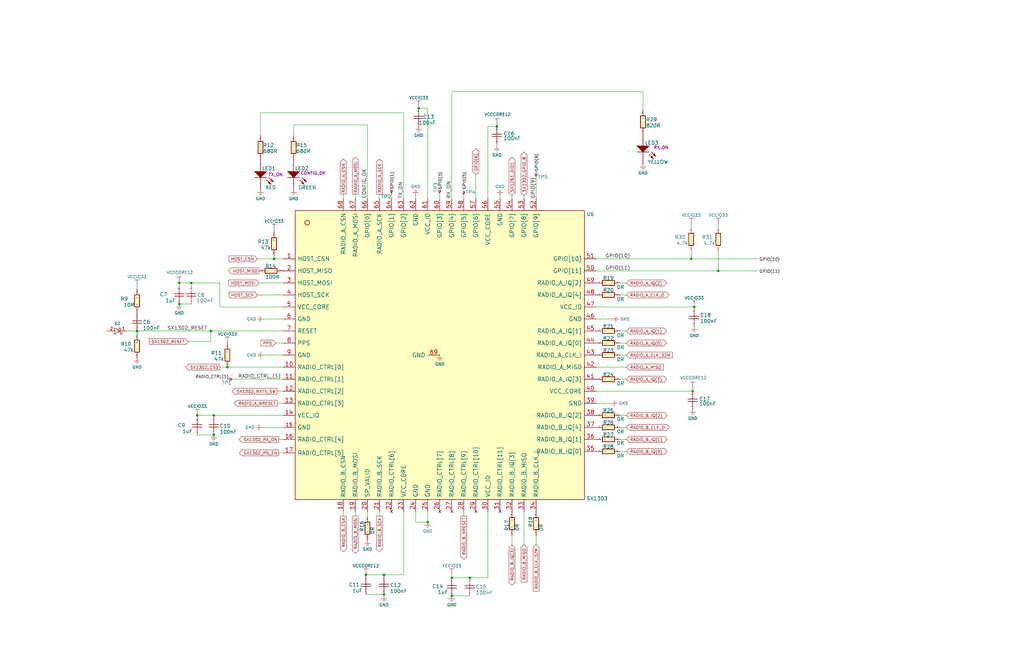
<source format=kicad_sch>
(kicad_sch (version 20230121) (generator eeschema)
  (paper "B")
  (junction (at 83.185 175.26))
  (junction (at 292.735 129.54))
  (junction (at 115.57 109.22))
  (junction (at 57.785 139.7))
  (junction (at 75.565 128.27))
  (junction (at 90.17 175.26))
  (junction (at 209.55 53.34))
  (junction (at 154.305 242.57))
  (junction (at 80.645 119.38))
  (junction (at 88.9 139.7))
  (junction (at 190.5 243.84))
  (junction (at 176.53 45.72))
  (junction (at 90.17 183.515))
  (junction (at 291.465 109.22))
  (junction (at 190.5 251.46))
  (junction (at 198.12 243.84))
  (junction (at 180.34 220.345))
  (junction (at 161.925 250.825))
  (junction (at 302.895 114.3))
  (junction (at 95.885 154.94))
  (junction (at 75.565 119.38))
  (junction (at 292.1 165.1))
  (junction (at 161.925 242.57))
  (no_connect (at 185.42 215.9))
  (no_connect (at 200.66 215.9))
  (no_connect (at 165.1 215.9))
  (no_connect (at 210.82 215.9))
  (no_connect (at 190.5 215.9))
  (wire (pts (xy 251.46 170.18) (xy 257.81 170.18)))
  (wire (pts (xy 205.74 215.9) (xy 205.74 243.84)))
  (wire (pts (xy 215.9 83.82) (xy 215.9 82.55)))
  (wire (pts (xy 271.145 38.735) (xy 271.145 46.355)))
  (wire (pts (xy 264.16 185.42) (xy 261.62 185.42)))
  (wire (pts (xy 117.475 185.42) (xy 119.38 185.42)))
  (wire (pts (xy 154.305 250.825) (xy 161.925 250.825)))
  (wire (pts (xy 57.785 139.7) (xy 88.9 139.7)))
  (wire (pts (xy 170.18 242.57) (xy 170.18 215.9)))
  (wire (pts (xy 115.57 109.22) (xy 108.585 109.22)))
  (wire (pts (xy 205.74 243.84) (xy 198.12 243.84)))
  (wire (pts (xy 209.55 60.96) (xy 209.55 61.595)))
  (wire (pts (xy 119.38 149.86) (xy 111.125 149.86)))
  (wire (pts (xy 264.16 149.86) (xy 261.62 149.86)))
  (wire (pts (xy 154.94 52.705) (xy 154.94 83.82)))
  (wire (pts (xy 154.305 242.57) (xy 161.925 242.57)))
  (wire (pts (xy 180.34 45.72) (xy 180.34 83.82)))
  (wire (pts (xy 161.925 242.57) (xy 161.925 243.205)))
  (wire (pts (xy 83.185 175.895) (xy 83.185 175.26)))
  (wire (pts (xy 88.9 139.7) (xy 119.38 139.7)))
  (wire (pts (xy 119.38 119.38) (xy 109.22 119.38)))
  (wire (pts (xy 57.785 140.97) (xy 57.785 139.7)))
  (wire (pts (xy 75.565 119.38) (xy 75.565 120.65)))
  (wire (pts (xy 226.06 226.06) (xy 226.06 229.87)))
  (wire (pts (xy 90.17 175.895) (xy 90.17 175.26)))
  (wire (pts (xy 115.57 107.95) (xy 115.57 109.22)))
  (wire (pts (xy 119.38 175.26) (xy 90.17 175.26)))
  (wire (pts (xy 251.46 134.62) (xy 258.445 134.62)))
  (wire (pts (xy 119.38 154.94) (xy 95.885 154.94)))
  (wire (pts (xy 264.16 139.7) (xy 261.62 139.7)))
  (wire (pts (xy 190.5 242.57) (xy 190.5 243.84)))
  (wire (pts (xy 251.46 165.1) (xy 292.1 165.1)))
  (wire (pts (xy 190.5 83.82) (xy 190.5 38.735)))
  (wire (pts (xy 149.86 81.915) (xy 149.86 83.82)))
  (wire (pts (xy 251.46 114.3) (xy 302.895 114.3)))
  (wire (pts (xy 220.98 82.55) (xy 220.98 83.82)))
  (wire (pts (xy 264.16 154.94) (xy 251.46 154.94)))
  (wire (pts (xy 302.895 94.615) (xy 302.895 95.885)))
  (wire (pts (xy 205.74 83.82) (xy 205.74 53.34)))
  (wire (pts (xy 92.71 119.38) (xy 92.71 129.54)))
  (wire (pts (xy 264.16 175.26) (xy 261.62 175.26)))
  (wire (pts (xy 119.38 191.135) (xy 117.475 191.135)))
  (wire (pts (xy 88.9 144.145) (xy 88.9 139.7)))
  (wire (pts (xy 210.82 82.55) (xy 210.82 83.82)))
  (wire (pts (xy 251.46 109.22) (xy 291.465 109.22)))
  (wire (pts (xy 53.34 139.7) (xy 57.785 139.7)))
  (wire (pts (xy 200.66 73.66) (xy 200.66 83.82)))
  (wire (pts (xy 190.5 38.735) (xy 271.145 38.735)))
  (wire (pts (xy 80.645 119.38) (xy 92.71 119.38)))
  (wire (pts (xy 79.375 144.145) (xy 88.9 144.145)))
  (wire (pts (xy 226.06 83.82) (xy 226.06 74.93)))
  (wire (pts (xy 175.26 220.345) (xy 180.34 220.345)))
  (wire (pts (xy 144.78 215.9) (xy 144.78 217.805)))
  (wire (pts (xy 291.465 106.045) (xy 291.465 109.22)))
  (wire (pts (xy 80.645 120.65) (xy 80.645 119.38)))
  (wire (pts (xy 264.16 124.46) (xy 261.62 124.46)))
  (wire (pts (xy 57.785 120.65) (xy 57.785 121.92)))
  (wire (pts (xy 160.02 215.9) (xy 160.02 217.805)))
  (wire (pts (xy 195.58 82.55) (xy 195.58 83.82)))
  (wire (pts (xy 175.26 82.55) (xy 175.26 83.82)))
  (wire (pts (xy 264.16 180.34) (xy 261.62 180.34)))
  (wire (pts (xy 119.38 170.18) (xy 116.84 170.18)))
  (wire (pts (xy 90.17 175.26) (xy 83.185 175.26)))
  (wire (pts (xy 154.94 215.9) (xy 154.94 217.805)))
  (wire (pts (xy 161.925 242.57) (xy 170.18 242.57)))
  (wire (pts (xy 110.49 180.34) (xy 119.38 180.34)))
  (wire (pts (xy 198.12 243.84) (xy 190.5 243.84)))
  (wire (pts (xy 185.42 81.915) (xy 185.42 83.82)))
  (wire (pts (xy 80.645 119.38) (xy 75.565 119.38)))
  (wire (pts (xy 144.78 81.915) (xy 144.78 83.82)))
  (wire (pts (xy 119.38 109.22) (xy 115.57 109.22)))
  (wire (pts (xy 205.74 53.34) (xy 209.55 53.34)))
  (wire (pts (xy 160.02 81.915) (xy 160.02 83.82)))
  (wire (pts (xy 264.16 190.5) (xy 261.62 190.5)))
  (wire (pts (xy 83.185 183.515) (xy 90.17 183.515)))
  (wire (pts (xy 111.125 134.62) (xy 119.38 134.62)))
  (wire (pts (xy 116.84 165.1) (xy 119.38 165.1)))
  (wire (pts (xy 116.205 144.78) (xy 119.38 144.78)))
  (wire (pts (xy 176.53 45.72) (xy 180.34 45.72)))
  (wire (pts (xy 292.735 129.54) (xy 292.735 130.175)))
  (wire (pts (xy 115.57 97.155) (xy 115.57 97.79)))
  (wire (pts (xy 119.38 160.02) (xy 98.425 160.02)))
  (wire (pts (xy 180.34 220.345) (xy 180.34 215.9)))
  (wire (pts (xy 198.12 251.46) (xy 190.5 251.46)))
  (wire (pts (xy 264.16 119.38) (xy 261.62 119.38)))
  (wire (pts (xy 80.645 128.27) (xy 75.565 128.27)))
  (wire (pts (xy 220.98 229.87) (xy 220.98 215.9)))
  (wire (pts (xy 291.465 109.22) (xy 319.405 109.22)))
  (wire (pts (xy 123.825 52.705) (xy 154.94 52.705)))
  (wire (pts (xy 109.855 47.625) (xy 170.18 47.625)))
  (wire (pts (xy 95.885 154.94) (xy 92.71 154.94)))
  (wire (pts (xy 109.855 57.15) (xy 109.855 47.625)))
  (wire (pts (xy 170.18 47.625) (xy 170.18 83.82)))
  (wire (pts (xy 161.925 250.825) (xy 161.925 251.46)))
  (wire (pts (xy 165.1 81.915) (xy 165.1 83.82)))
  (wire (pts (xy 251.46 129.54) (xy 292.735 129.54)))
  (wire (pts (xy 195.58 215.9) (xy 195.58 217.805)))
  (wire (pts (xy 215.9 226.06) (xy 215.9 229.87)))
  (wire (pts (xy 302.895 114.3) (xy 319.405 114.3)))
  (wire (pts (xy 123.825 52.705) (xy 123.825 57.15)))
  (wire (pts (xy 45.72 139.7) (xy 44.45 139.7)))
  (wire (pts (xy 175.26 215.9) (xy 175.26 220.345)))
  (wire (pts (xy 264.16 144.78) (xy 261.62 144.78)))
  (wire (pts (xy 292.1 163.83) (xy 292.1 165.1)))
  (wire (pts (xy 291.465 95.885) (xy 291.465 94.615)))
  (wire (pts (xy 209.55 52.705) (xy 209.55 53.34)))
  (wire (pts (xy 264.16 160.02) (xy 261.62 160.02)))
  (wire (pts (xy 92.71 129.54) (xy 119.38 129.54)))
  (wire (pts (xy 119.38 124.46) (xy 108.585 124.46)))
  (wire (pts (xy 149.86 215.9) (xy 149.86 217.805)))
  (wire (pts (xy 176.53 45.085) (xy 176.53 45.72)))
  (wire (pts (xy 154.305 242.57) (xy 154.305 243.205)))
  (wire (pts (xy 302.895 106.045) (xy 302.895 114.3)))
  (label "GPIO(10)" (at 255.27 109.22 0) (effects (font (size 1.524 1.524))))
  (label "GPIO(1)" (at 166.37 72.39 270))
  (label "SX1302_RESET" (at 70.485 139.7 0) (effects (font (size 1.524 1.524))))
  (label "GPIO(11)" (at 255.27 114.3 0) (effects (font (size 1.524 1.524))))
  (label "GPIO(11)" (at 328.93 115.57 180))
  (label "GPIO(10)" (at 328.93 110.49 180))
  (label "GPIO(9)" (at 226.06 83.82 90) (effects (font (size 1.524 1.524))))
  (label "TX_ON" (at 170.18 83.82 90) (effects (font (size 1.524 1.524))))
  (label "GPIO(9)" (at 227.33 64.77 270))
  (label "RX_ON" (at 190.5 83.82 90) (effects (font (size 1.524 1.524))))
  (label "CONFIG_OK" (at 154.94 83.82 90) (effects (font (size 1.524 1.524))))
  (label "GPIO(3)" (at 186.69 72.39 270))
  (label "RADIO_CTRL_(1)" (at 100.33 160.02 0) (effects (font (size 1.524 1.524))))
  (label "GPIO(5)" (at 196.85 72.39 270))
  (label "RADIO_CTRL(1)" (at 96.52 160.02 180))
  (global_label "RADIO_A_MOSI" (shape output) (at 149.86 81.915 90) (property "Intersheetrefs" "${INTERSHEET_REFS}" (effects hide)))
  (global_label "SX1302_PA_ON" (shape output) (at 117.475 185.42 180) (property "Intersheetrefs" "${INTERSHEET_REFS}" (effects hide)))
  (global_label "RADIO_B_IQ(3)" (shape bidirectional) (at 215.9 229.87 270) (property "Intersheetrefs" "${INTERSHEET_REFS}" (effects hide)))
  (global_label "SX1302_PS_EN" (shape output) (at 117.475 191.135 180) (property "Intersheetrefs" "${INTERSHEET_REFS}" (effects hide)))
  (global_label "RADIO_A_CSN" (shape output) (at 144.78 81.915 90) (property "Intersheetrefs" "${INTERSHEET_REFS}" (effects hide)))
  (global_label "RADIO_B_CLK_O" (shape bidirectional) (at 264.16 180.34 0) (property "Intersheetrefs" "${INTERSHEET_REFS}" (effects hide)))
  (global_label "SX1302_GPIO_8" (shape bidirectional) (at 220.98 82.55 90) (property "Intersheetrefs" "${INTERSHEET_REFS}" (effects hide)))
  (global_label "PPS" (shape input) (at 116.205 144.78 180) (property "Intersheetrefs" "${INTERSHEET_REFS}" (effects hide)))
  (global_label "SX1302_RXTX_SW" (shape output) (at 116.84 165.1 180) (property "Intersheetrefs" "${INTERSHEET_REFS}" (effects hide)))
  (global_label "RADIO_B_CLK_32M" (shape input) (at 226.06 229.87 270) (property "Intersheetrefs" "${INTERSHEET_REFS}" (effects hide)))
  (global_label "RADIO_B_MISO" (shape input) (at 220.98 229.87 270) (property "Intersheetrefs" "${INTERSHEET_REFS}" (effects hide)))
  (global_label "SX1261_DIO1" (shape bidirectional) (at 215.9 82.55 90) (property "Intersheetrefs" "${INTERSHEET_REFS}" (effects hide)))
  (global_label "RADIO_B_SCK" (shape output) (at 160.02 217.805 270) (property "Intersheetrefs" "${INTERSHEET_REFS}" (effects hide)))
  (global_label "RADIO_A_MISO" (shape input) (at 264.16 154.94 0) (property "Intersheetrefs" "${INTERSHEET_REFS}" (effects hide)))
  (global_label "RADIO_A_IQ(3)" (shape bidirectional) (at 264.16 160.02 0) (property "Intersheetrefs" "${INTERSHEET_REFS}" (effects hide)))
  (global_label "RADIO_A_IQ(0)" (shape bidirectional) (at 264.16 144.78 0) (property "Intersheetrefs" "${INTERSHEET_REFS}" (effects hide)))
  (global_label "SX1302_CSD" (shape output) (at 92.71 154.94 180) (property "Intersheetrefs" "${INTERSHEET_REFS}" (effects hide)))
  (global_label "RADIO_B_IQ(0)" (shape bidirectional) (at 264.16 190.5 0) (property "Intersheetrefs" "${INTERSHEET_REFS}" (effects hide)))
  (global_label "HOST_MISO" (shape output) (at 109.22 114.3 180) (property "Intersheetrefs" "${INTERSHEET_REFS}" (effects hide)))
  (global_label "RADIO_A_NRESET" (shape output) (at 116.84 170.18 180) (property "Intersheetrefs" "${INTERSHEET_REFS}" (effects hide)))
  (global_label "HOST_SCK" (shape input) (at 108.585 124.46 180) (property "Intersheetrefs" "${INTERSHEET_REFS}" (effects hide)))
  (global_label "RADIO_A_CLK_O" (shape bidirectional) (at 264.16 124.46 0) (property "Intersheetrefs" "${INTERSHEET_REFS}" (effects hide)))
  (global_label "GPIO(6)" (shape bidirectional) (at 200.66 73.66 90) (property "Intersheetrefs" "${INTERSHEET_REFS}" (effects hide)))
  (global_label "RADIO_A_IQ(2)" (shape bidirectional) (at 264.16 119.38 0) (property "Intersheetrefs" "${INTERSHEET_REFS}" (effects hide)))
  (global_label "RADIO_B_NRESET" (shape output) (at 195.58 217.805 270) (property "Intersheetrefs" "${INTERSHEET_REFS}" (effects hide)))
  (global_label "RADIO_B_CSN" (shape output) (at 144.78 217.805 270) (property "Intersheetrefs" "${INTERSHEET_REFS}" (effects hide)))
  (global_label "RADIO_A_CLK_32M" (shape input) (at 264.16 149.86 0) (property "Intersheetrefs" "${INTERSHEET_REFS}" (effects hide)))
  (global_label "RADIO_A_IQ(1)" (shape bidirectional) (at 264.16 139.7 0) (property "Intersheetrefs" "${INTERSHEET_REFS}" (effects hide)))
  (global_label "HOST_MOSI" (shape input) (at 109.22 119.38 180) (property "Intersheetrefs" "${INTERSHEET_REFS}" (effects hide)))
  (global_label "SX1302_RESET" (shape input) (at 79.375 144.145 180) (property "Intersheetrefs" "${INTERSHEET_REFS}" (effects hide)))
  (global_label "RADIO_B_IQ(2)" (shape bidirectional) (at 264.16 175.26 0) (property "Intersheetrefs" "${INTERSHEET_REFS}" (effects hide)))
  (global_label "RADIO_B_MOSI" (shape output) (at 149.86 217.805 270) (property "Intersheetrefs" "${INTERSHEET_REFS}" (effects hide)))
  (global_label "RADIO_A_SCK" (shape output) (at 160.02 81.915 90) (property "Intersheetrefs" "${INTERSHEET_REFS}" (effects hide)))
  (global_label "RADIO_B_IQ(1)" (shape bidirectional) (at 264.16 185.42 0) (property "Intersheetrefs" "${INTERSHEET_REFS}" (effects hide)))
  (global_label "HOST_CSN" (shape input) (at 108.585 109.22 180) (property "Intersheetrefs" "${INTERSHEET_REFS}" (effects hide)))
  (symbol (lib_id "LoRa_PCIe_GW-rescue:Resistor-") (at 215.9 226.06 90) (unit 1)
    (property "Reference" "R17" (at 214.63 224.028 0) (effects (font (size 1.524 1.524)) (justify left bottom)))
    (property "Value" "0R" (at 217.17 220.853 0) (effects (font (size 1.524 1.524)) (justify right top)))
    (property "Footprint" "LoRa_PCIe_GW:rlc_201_smd_small" (effects hide))
    (property "Description" "0 Ohms Jumper 0.05W, 1/20W Chip Resistor 0201 (0603 Metric)  Thick Film" (effects hide))
    (property "Manufacturer" "Vishay Dale" (effects hide))
    (property "Part Number" "CRCW02010000Z0ED" (effects hide))
    (property "Price[1k]" "0.006" (effects hide))
    (property "Supplier Link" "https://www.digikey.com/en/products/detail/vishay-dale/CRCW02010000Z0ED/1178434?s=N4IgTCBcDaIMICU4HUAMZUEZU9QLVQFEAREAXQF8g" (effects hide))
    (instances (project "CM4-BASE-BOARD" (path "" (reference "R17") (unit 1))) (project "LoRa_PCIe_GW" (path "" (reference "R123") (unit 1))))
  )
  (symbol (lib_id "LoRa_PCIe_GW-rescue:GND") (at 90.17 183.515 0) (unit 1)
    (property "Reference" "#PWR025" (effects hide))
    (property "Value" "GND" (at 90.17 187.325 0))
    (instances (project "CM4-BASE-BOARD" (path "" (reference "#PWR025") (unit 1))) (project "LoRa_PCIe_GW" (path "" (reference "#PWR0108") (unit 1))))
  )
  (symbol (lib_id "LoRa_PCIe_GW-rescue:LED-") (at 271.145 56.515 270) (unit 1)
    (property "Reference" "LED3" (at 271.8816 61.1124 90) (effects (font (size 1.524 1.524)) (justify left bottom)))
    (property "Value" "YELLOW" (at 273.05 69.215 90) (effects (font (size 1.524 1.524)) (justify left bottom)))
    (property "Footprint" "LoRa_PCIe_GW:CD1005-0402-YELLOW" (effects hide))
    (property "Description" "Yellow 590nm LED Indication - Discrete 1.85V 0402 (1005 Metric)" (effects hide))
    (property "Manufacturer" "Kingbright" (effects hide))
    (property "Part Number" "APHHS1005LSYCK/J3-PF" (effects hide))
    (property "Price[1k]" "0.16" (effects hide))
    (property "Supplier Link" "https://www.digikey.com/en/products/detail/kingbright/APHHS1005LSYCK-J3-PF/7318978" (effects hide))
    (property "Label" "RX_ON" (at 278.765 62.23 90))
  )
  (symbol (lib_id "LoRa_PCIe_GW-rescue:Cap-") (at 292.1 172.72 90) (unit 1)
    (property "Reference" "C17" (at 294.7924 169.2402 90) (effects (font (size 1.524 1.524)) (justify right top)))
    (property "Value" "100nF" (at 294.7924 171.2214 90) (effects (font (size 1.524 1.524)) (justify right top)))
    (property "Footprint" "LoRa_PCIe_GW:ccer_201_smd_small" (effects hide))
    (property "Description" "0.1µF ±10% 16V Ceramic Capacitor X7S 0201 (0603 Metric)" (effects hide))
    (property "Manufacturer" "Murata" (effects hide))
    (property "Part Number" "GRM033C71C104KE14D" (effects hide))
    (property "Price[1k]" "0.01" (effects hide))
    (property "Supplier Link" "https://www.digikey.com/en/products/detail/murata-electronics/GRM033C71C104KE14D/5027472" (effects hide))
    (instances (project "CM4-BASE-BOARD" (path "" (reference "C17") (unit 1))) (project "LoRa_PCIe_GW" (path "" (reference "C106") (unit 1))))
  )
  (symbol (lib_id "LoRa_PCIe_GW-rescue:Cap-") (at 75.565 128.27 90) (unit 1)
    (property "Reference" "C7" (at 67.31 125.095 90) (effects (font (size 1.524 1.524)) (justify right top)))
    (property "Value" "1uF" (at 69.6976 127.6858 90) (effects (font (size 1.524 1.524)) (justify right top)))
    (property "Footprint" "LoRa_PCIe_GW:ccer_402_smd_small" (effects hide))
    (property "Description" "1µF ±20% 10V Ceramic Capacitor X5R 0402 (1005 Metric)" (effects hide))
    (property "Manufacturer" "Murata" (effects hide))
    (property "Part Number" "GRM153R61A105ME95D" (effects hide))
    (property "Price[1k]" "0.038" (effects hide))
    (property "Supplier Link" "https://www.digikey.com/en/products/detail/murata-electronics/GRM153R61A105ME95D/4904820" (effects hide))
    (instances (project "CM4-BASE-BOARD" (path "" (reference "C7") (unit 1))) (project "LoRa_PCIe_GW" (path "" (reference "C101") (unit 1))))
  )
  (symbol (lib_id "LoRa_PCIe_GW-rescue:GND") (at 154.94 227.965 0) (unit 1)
    (property "Reference" "#PWR034" (effects hide))
    (property "Value" "GND" (at 154.94 231.775 0))
    (instances (project "CM4-BASE-BOARD" (path "" (reference "#PWR034") (unit 1))) (project "LoRa_PCIe_GW" (path "" (reference "#PWR0132") (unit 1))))
  )
  (symbol (lib_id "LoRa_PCIe_GW-rescue:Resistor-") (at 154.94 227.965 90) (unit 1)
    (property "Reference" "R16" (at 151.765 219.71 0) (effects (font (size 1.524 1.524)) (justify right top)))
    (property "Value" "0R" (at 156.21 222.25 0) (effects (font (size 1.524 1.524)) (justify right top)))
    (property "Footprint" "LoRa_PCIe_GW:rlc_201_smd_small" (effects hide))
    (property "Description" "0 Ohms Jumper 0.05W, 1/20W Chip Resistor 0201 (0603 Metric)  Thick Film" (effects hide))
    (property "Manufacturer" "Vishay Dale" (effects hide))
    (property "Part Number" "CRCW02010000Z0ED" (effects hide))
    (property "Price[1k]" "0.006" (effects hide))
    (property "Supplier Link" "https://www.digikey.com/en/products/detail/vishay-dale/CRCW02010000Z0ED/1178434?s=N4IgTCBcDaIMICU4HUAMZUEZU9QLVQFEAREAXQF8g" (effects hide))
    (instances (project "CM4-BASE-BOARD" (path "" (reference "R16") (unit 1))) (project "LoRa_PCIe_GW" (path "" (reference "R109") (unit 1))))
  )
  (symbol (lib_id "LoRa_PCIe_GW-rescue:Resistor-") (at 251.46 119.38 0) (unit 1)
    (property "Reference" "R19" (at 254.2032 118.2624 0) (effects (font (size 1.524 1.524)) (justify left bottom)))
    (property "Value" "0R" (at 260.0198 122.0978 0) (effects (font (size 1.524 1.524)) (justify left bottom)))
    (property "Footprint" "LoRa_PCIe_GW:rlc_201_smd_small" (effects hide))
    (property "Description" "0 Ohms Jumper 0.05W, 1/20W Chip Resistor 0201 (0603 Metric)  Thick Film" (effects hide))
    (property "Manufacturer" "Vishay Dale" (effects hide))
    (property "Part Number" "CRCW02010000Z0ED" (effects hide))
    (property "Price[1k]" "0.006" (effects hide))
    (property "Supplier Link" "https://www.digikey.com/en/products/detail/vishay-dale/CRCW02010000Z0ED/1178434?s=N4IgTCBcDaIMICU4HUAMZUEZU9QLVQFEAREAXQF8g" (effects hide))
    (instances (project "CM4-BASE-BOARD" (path "" (reference "R19") (unit 1))) (project "LoRa_PCIe_GW" (path "" (reference "R112") (unit 1))))
  )
  (symbol (lib_id "LoRa_PCIe_GW-rescue:Cap-") (at 80.645 128.27 90) (unit 1)
    (property "Reference" "C8" (at 83.1088 125.3744 90) (effects (font (size 1.524 1.524)) (justify right top)))
    (property "Value" "100nF" (at 82.8294 127.6858 90) (effects (font (size 1.524 1.524)) (justify right top)))
    (property "Footprint" "LoRa_PCIe_GW:ccer_201_smd_small" (effects hide))
    (property "Description" "0.1µF ±10% 16V Ceramic Capacitor X7S 0201 (0603 Metric)" (effects hide))
    (property "Manufacturer" "Murata" (effects hide))
    (property "Part Number" "GRM033C71C104KE14D" (effects hide))
    (property "Price[1k]" "0.01" (effects hide))
    (property "Supplier Link" "https://www.digikey.com/en/products/detail/murata-electronics/GRM033C71C104KE14D/5027472" (effects hide))
    (instances (project "CM4-BASE-BOARD" (path "" (reference "C8") (unit 1))) (project "LoRa_PCIe_GW" (path "" (reference "C102") (unit 1))))
  )
  (symbol (lib_id "LoRa_PCIe_GW-rescue:Resistor-") (at 251.46 149.86 0) (unit 1)
    (property "Reference" "R23" (at 254.2032 148.7424 0) (effects (font (size 1.524 1.524)) (justify left bottom)))
    (property "Value" "0R" (at 260.0198 152.5778 0) (effects (font (size 1.524 1.524)) (justify left bottom)))
    (property "Footprint" "LoRa_PCIe_GW:rlc_201_smd_small" (effects hide))
    (property "Description" "0 Ohms Jumper 0.05W, 1/20W Chip Resistor 0201 (0603 Metric)  Thick Film" (effects hide))
    (property "Manufacturer" "Vishay Dale" (effects hide))
    (property "Part Number" "CRCW02010000Z0ED" (effects hide))
    (property "Price[1k]" "0.006" (effects hide))
    (property "Supplier Link" "https://www.digikey.com/en/products/detail/vishay-dale/CRCW02010000Z0ED/1178434?s=N4IgTCBcDaIMICU4HUAMZUEZU9QLVQFEAREAXQF8g" (effects hide))
    (instances (project "CM4-BASE-BOARD" (path "" (reference "R23") (unit 1))) (project "LoRa_PCIe_GW" (path "" (reference "R115") (unit 1))))
  )
  (symbol (lib_id "LoRa_PCIe_GW-rescue:Cap-") (at 176.53 53.34 90) (unit 1)
    (property "Reference" "C13" (at 178.435 50.165 90) (effects (font (size 1.524 1.524)) (justify right top)))
    (property "Value" "100nF" (at 176.53 52.705 90) (effects (font (size 1.524 1.524)) (justify right top)))
    (property "Footprint" "LoRa_PCIe_GW:ccer_201_smd_small" (effects hide))
    (property "Description" "0.1µF ±10% 16V Ceramic Capacitor X7S 0201 (0603 Metric)" (effects hide))
    (property "Manufacturer" "Murata" (effects hide))
    (property "Part Number" "GRM033C71C104KE14D" (effects hide))
    (property "Price[1k]" "0.01" (effects hide))
    (property "Supplier Link" "https://www.digikey.com/en/products/detail/murata-electronics/GRM033C71C104KE14D/5027472" (effects hide))
    (instances (project "CM4-BASE-BOARD" (path "" (reference "C13") (unit 1))) (project "LoRa_PCIe_GW" (path "" (reference "C109") (unit 1))))
  )
  (symbol (lib_id "LoRa_PCIe_GW-rescue:LED-") (at 123.825 67.31 270) (unit 1)
    (property "Reference" "LED2" (at 124.333 71.9074 90) (effects (font (size 1.524 1.524)) (justify left bottom)))
    (property "Value" "GREEN" (at 125.73 80.01 90) (effects (font (size 1.524 1.524)) (justify left bottom)))
    (property "Footprint" "LoRa_PCIe_GW:CD1005-0402" (effects hide))
    (property "Description" "Green 570nm LED Indication - Discrete 1.9V 0402 (1005 Metric)" (effects hide))
    (property "Manufacturer" "Kingbright" (effects hide))
    (property "Part Number" "APHHS1005LCGCK" (effects hide))
    (property "Price[1k]" "0.11" (effects hide))
    (property "Supplier Link" "https://www.digikey.com/en/products/detail/kingbright/APHHS1005LCGCK/7318974" (effects hide))
    (property "Label" "CONFIG_OK" (at 132.08 73.025 90))
  )
  (symbol (lib_id "LoRa_PCIe_GW-rescue:VCCCORE12") (at 154.305 242.57 0) (unit 1)
    (property "Reference" "#PWR033" (effects hide))
    (property "Value" "VCCCORE12" (at 154.305 238.76 0))
    (instances (project "CM4-BASE-BOARD" (path "" (reference "#PWR033") (unit 1))) (project "LoRa_PCIe_GW" (path "" (reference "#PWR0134") (unit 1))))
  )
  (symbol (lib_id "LoRa_PCIe_GW-rescue:Resistor-") (at 95.885 154.94 90) (unit 1)
    (property "Reference" "R11" (at 88.9 149.86 90) (effects (font (size 1.524 1.524)) (justify right top)))
    (property "Value" "47k" (at 90.17 152.4 90) (effects (font (size 1.524 1.524)) (justify right top)))
    (property "Footprint" "LoRa_PCIe_GW:rlc_201_smd_small" (effects hide))
    (property "Description" "47 kOhms ±5% 0.05W, 1/20W Chip Resistor 0201  Thick Film" (effects hide))
    (property "Manufacturer" "Vishay Dale" (effects hide))
    (property "Part Number" "CRCW020147K0" (effects hide))
    (property "Price[1k]" "0.039" (effects hide))
    (property "Supplier Link" "https://www.digikey.com/en/products/detail/vishay-dale/CRCW020147K0FKED/1968131" (effects hide))
    (instances (project "CM4-BASE-BOARD" (path "" (reference "R11") (unit 1))) (project "LoRa_PCIe_GW" (path "" (reference "R107") (unit 1))))
  )
  (symbol (lib_id "LoRa_PCIe_GW-rescue:VCCIO33") (at 302.895 94.615 0) (unit 1)
    (property "Reference" "#PWR054" (effects hide))
    (property "Value" "VCCIO33" (at 302.895 90.805 0))
    (instances (project "CM4-BASE-BOARD" (path "" (reference "#PWR054") (unit 1))) (project "LoRa_PCIe_GW" (path "" (reference "#PWR0122") (unit 1))))
  )
  (symbol (lib_id "LoRa_PCIe_GW-rescue:test_pin-") (at 97.155 160.02 0) (unit 1)
    (property "Reference" "TP1" (at 97.79 160.655 0) (effects (font (size 1.524 1.524)) (justify right top)))
    (property "Value" "NC" (effects hide))
    (property "Footprint" "LoRa_PCIe_GW:PIN_SMD" (effects hide))
    (property "Label" "RADIO_CTRL(1)" (effects hide))
    (instances (project "CM4-BASE-BOARD" (path "" (reference "TP1") (unit 1))) (project "LoRa_PCIe_GW" (path "" (reference "TP7") (unit 1))))
  )
  (symbol (lib_id "LoRa_PCIe_GW-rescue:test_pin-") (at 226.06 73.66 270) (unit 1)
    (property "Reference" "TP5" (at 226.695 75.565 90) (effects (font (size 1.524 1.524)) (justify left bottom)))
    (property "Value" "NC" (effects hide))
    (property "Footprint" "LoRa_PCIe_GW:PIN_SMD" (effects hide))
    (property "Label" "GPIO(9)" (effects hide))
    (instances (project "CM4-BASE-BOARD" (path "" (reference "TP5") (unit 1))) (project "LoRa_PCIe_GW" (path "" (reference "TP9") (unit 1))))
  )
  (symbol (lib_id "LoRa_PCIe_GW-rescue:GND") (at 110.49 180.34 270) (unit 1)
    (property "Reference" "#PWR028" (effects hide))
    (property "Value" "GND" (at 105.41 180.34 90))
    (instances (project "CM4-BASE-BOARD" (path "" (reference "#PWR028") (unit 1))) (project "LoRa_PCIe_GW" (path "" (reference "#PWR0109") (unit 1))))
  )
  (symbol (lib_id "LoRa_PCIe_GW-rescue:Resistor-") (at 251.46 175.26 0) (unit 1)
    (property "Reference" "R25" (at 254.2032 174.1424 0) (effects (font (size 1.524 1.524)) (justify left bottom)))
    (property "Value" "0R" (at 260.0198 177.7238 0) (effects (font (size 1.524 1.524)) (justify left bottom)))
    (property "Footprint" "LoRa_PCIe_GW:rlc_201_smd_small" (effects hide))
    (property "Description" "0 Ohms Jumper 0.05W, 1/20W Chip Resistor 0201 (0603 Metric)  Thick Film" (effects hide))
    (property "Manufacturer" "Vishay Dale" (effects hide))
    (property "Part Number" "CRCW02010000Z0ED" (effects hide))
    (property "Price[1k]" "0.006" (effects hide))
    (property "Supplier Link" "https://www.digikey.com/en/products/detail/vishay-dale/CRCW02010000Z0ED/1178434?s=N4IgTCBcDaIMICU4HUAMZUEZU9QLVQFEAREAXQF8g" (effects hide))
    (instances (project "CM4-BASE-BOARD" (path "" (reference "R25") (unit 1))) (project "LoRa_PCIe_GW" (path "" (reference "R122") (unit 1))))
  )
  (symbol (lib_id "LoRa_PCIe_GW-rescue:LED-") (at 109.855 67.31 270) (unit 1)
    (property "Reference" "LED1" (at 110.3884 71.9074 90) (effects (font (size 1.524 1.524)) (justify left bottom)))
    (property "Value" "RED" (at 111.76 80.01 90) (effects (font (size 1.524 1.524)) (justify left bottom)))
    (property "Footprint" "LoRa_PCIe_GW:CD1005-0402-RED" (effects hide))
    (property "Description" "Red 630nm LED Indication - Discrete 1.95V 0402 (1005 Metric)" (effects hide))
    (property "Manufacturer" "Kingbright" (effects hide))
    (property "Part Number" "APHHS1005SURCK" (effects hide))
    (property "Price[1k]" "0.12" (effects hide))
    (property "Supplier Link" "https://www.digikey.com/en/products/detail/kingbright/APHHS1005SURCK/1747502" (effects hide))
    (property "Label" "TX_ON" (at 116.205 73.66 90))
  )
  (symbol (lib_id "LoRa_PCIe_GW-rescue:Resistor-") (at 251.46 190.5 0) (unit 1)
    (property "Reference" "R28" (at 254.2032 189.3824 0) (effects (font (size 1.524 1.524)) (justify left bottom)))
    (property "Value" "0R" (at 260.0198 193.2178 0) (effects (font (size 1.524 1.524)) (justify left bottom)))
    (property "Footprint" "LoRa_PCIe_GW:rlc_201_smd_small" (effects hide))
    (property "Description" "0 Ohms Jumper 0.05W, 1/20W Chip Resistor 0201 (0603 Metric)  Thick Film" (effects hide))
    (property "Manufacturer" "Vishay Dale" (effects hide))
    (property "Part Number" "CRCW02010000Z0ED" (effects hide))
    (property "Price[1k]" "0.006" (effects hide))
    (property "Supplier Link" "https://www.digikey.com/en/products/detail/vishay-dale/CRCW02010000Z0ED/1178434?s=N4IgTCBcDaIMICU4HUAMZUEZU9QLVQFEAREAXQF8g" (effects hide))
    (instances (project "CM4-BASE-BOARD" (path "" (reference "R28") (unit 1))) (project "LoRa_PCIe_GW" (path "" (reference "R120") (unit 1))))
  )
  (symbol (lib_id "LoRa_PCIe_GW-rescue:Cap-") (at 90.17 183.515 90) (unit 1)
    (property "Reference" "C10" (at 92.583 180.6194 90) (effects (font (size 1.524 1.524)) (justify right top)))
    (property "Value" "100nF" (at 92.583 183.1594 90) (effects (font (size 1.524 1.524)) (justify right top)))
    (property "Footprint" "LoRa_PCIe_GW:ccer_201_smd_small" (effects hide))
    (property "Description" "0.1µF ±10% 16V Ceramic Capacitor X7S 0201 (0603 Metric)" (effects hide))
    (property "Manufacturer" "Murata" (effects hide))
    (property "Part Number" "GRM033C71C104KE14D" (effects hide))
    (property "Price[1k]" "0.01" (effects hide))
    (property "Supplier Link" "https://www.digikey.com/en/products/detail/murata-electronics/GRM033C71C104KE14D/5027472" (effects hide))
    (instances (project "CM4-BASE-BOARD" (path "" (reference "C10") (unit 1))) (project "LoRa_PCIe_GW" (path "" (reference "C110") (unit 1))))
  )
  (symbol (lib_id "LoRa_PCIe_GW-rescue:test_pin-") (at 165.1 80.645 270) (unit 1)
    (property "Reference" "TP2" (at 160.655 83.82 90) (effects (font (size 1.524 1.524)) (justify left bottom)))
    (property "Value" "NC" (effects hide))
    (property "Footprint" "LoRa_PCIe_GW:PIN_SMD" (effects hide))
    (property "Label" "GPIO(1)" (effects hide))
    (instances (project "CM4-BASE-BOARD" (path "" (reference "TP2") (unit 1))) (project "LoRa_PCIe_GW" (path "" (reference "TP1") (unit 1))))
  )
  (symbol (lib_id "LoRa_PCIe_GW-rescue:GND") (at 190.5 251.46 0) (unit 1)
    (property "Reference" "#PWR042" (effects hide))
    (property "Value" "GND" (at 190.5 255.27 0))
    (instances (project "CM4-BASE-BOARD" (path "" (reference "#PWR042") (unit 1))) (project "LoRa_PCIe_GW" (path "" (reference "#PWR0131") (unit 1))))
  )
  (symbol (lib_id "LoRa_PCIe_GW-rescue:GND") (at 57.785 151.13 0) (unit 1)
    (property "Reference" "#PWR021" (effects hide))
    (property "Value" "GND" (at 57.785 154.94 0))
    (instances (project "CM4-BASE-BOARD" (path "" (reference "#PWR021") (unit 1))) (project "LoRa_PCIe_GW" (path "" (reference "#PWR0104") (unit 1))))
  )
  (symbol (lib_id "LoRa_PCIe_GW-rescue:VCCIO33") (at 115.57 97.155 0) (unit 1)
    (property "Reference" "#PWR031" (effects hide))
    (property "Value" "VCCIO33" (at 115.57 93.345 0))
    (instances (project "CM4-BASE-BOARD" (path "" (reference "#PWR031") (unit 1))) (project "LoRa_PCIe_GW" (path "" (reference "#PWR0110") (unit 1))))
  )
  (symbol (lib_id "LoRa_PCIe_GW-rescue:VCCIO33") (at 83.185 175.26 0) (unit 1)
    (property "Reference" "#PWR024" (effects hide))
    (property "Value" "VCCIO33" (at 83.185 171.45 0))
    (instances (project "CM4-BASE-BOARD" (path "" (reference "#PWR024") (unit 1))) (project "LoRa_PCIe_GW" (path "" (reference "#PWR0107") (unit 1))))
  )
  (symbol (lib_id "LoRa_PCIe_GW-rescue:Resistor-") (at 123.825 67.31 90) (unit 1)
    (property "Reference" "R15" (at 124.8664 62.1284 90) (effects (font (size 1.524 1.524)) (justify right top)))
    (property "Value" "680R" (at 124.8664 64.6684 90) (effects (font (size 1.524 1.524)) (justify right top)))
    (property "Footprint" "LoRa_PCIe_GW:rlc_201_smd_small" (effects hide))
    (property "Description" "680 Ohms ±1% 0.05W, 1/20W Chip Resistor 0201 (0603 Metric)  Thick Film" (effects hide))
    (property "Manufacturer" "Vishay Dale" (effects hide))
    (property "Part Number" "CRCW0201680R" (effects hide))
    (property "Price[1k]" "0.011" (effects hide))
    (property "Supplier Link" "https://www.digikey.com/en/products/detail/vishay-dale/CRCW0201680RFNED/1199791" (effects hide))
    (instances (project "CM4-BASE-BOARD" (path "" (reference "R15") (unit 1))) (project "LoRa_PCIe_GW" (path "" (reference "R105") (unit 1))))
  )
  (symbol (lib_id "LoRa_PCIe_GW-rescue:GND") (at 123.825 80.01 0) (unit 1)
    (property "Reference" "#PWR032" (effects hide))
    (property "Value" "GND" (at 123.825 83.82 0))
    (instances (project "CM4-BASE-BOARD" (path "" (reference "#PWR032") (unit 1))) (project "LoRa_PCIe_GW" (path "" (reference "#PWR0119") (unit 1))))
  )
  (symbol (lib_id "LoRa_PCIe_GW-rescue:VCCIO33") (at 292.735 129.54 0) (unit 1)
    (property "Reference" "#PWR052" (effects hide))
    (property "Value" "VCCIO33" (at 292.735 125.73 0))
    (instances (project "CM4-BASE-BOARD" (path "" (reference "#PWR052") (unit 1))) (project "LoRa_PCIe_GW" (path "" (reference "#PWR0123") (unit 1))))
  )
  (symbol (lib_id "LoRa_PCIe_GW-rescue:Cap-") (at 154.305 250.825 90) (unit 1)
    (property "Reference" "C11" (at 147.0152 247.5992 90) (effects (font (size 1.524 1.524)) (justify right top)))
    (property "Value" "1uF" (at 148.5138 250.1138 90) (effects (font (size 1.524 1.524)) (justify right top)))
    (property "Footprint" "LoRa_PCIe_GW:ccer_402_smd_small" (effects hide))
    (property "Description" "1µF ±20% 10V Ceramic Capacitor X5R 0402 (1005 Metric)" (effects hide))
    (property "Manufacturer" "Murata" (effects hide))
    (property "Part Number" "GRM153R61A105ME95D" (effects hide))
    (property "Price[1k]" "0.038" (effects hide))
    (property "Supplier Link" "https://www.digikey.com/en/products/detail/murata-electronics/GRM153R61A105ME95D/4904820" (effects hide))
    (instances (project "CM4-BASE-BOARD" (path "" (reference "C11") (unit 1))) (project "LoRa_PCIe_GW" (path "" (reference "C111") (unit 1))))
  )
  (symbol (lib_id "LoRa_PCIe_GW-rescue:GND") (at 109.855 80.01 0) (unit 1)
    (property "Reference" "#PWR027" (effects hide))
    (property "Value" "GND" (at 109.855 83.82 0))
    (instances (project "CM4-BASE-BOARD" (path "" (reference "#PWR027") (unit 1))) (project "LoRa_PCIe_GW" (path "" (reference "#PWR0118") (unit 1))))
  )
  (symbol (lib_id "LoRa_PCIe_GW-rescue:Resistor-") (at 226.06 226.06 90) (unit 1)
    (property "Reference" "R18" (at 222.885 217.805 0) (effects (font (size 1.524 1.524)) (justify right top)))
    (property "Value" "0R" (at 227.33 220.98 0) (effects (font (size 1.524 1.524)) (justify right top)))
    (property "Footprint" "LoRa_PCIe_GW:rlc_201_smd_small" (effects hide))
    (property "Description" "0 Ohms Jumper 0.05W, 1/20W Chip Resistor 0201 (0603 Metric)  Thick Film" (effects hide))
    (property "Manufacturer" "Vishay Dale" (effects hide))
    (property "Part Number" "CRCW02010000Z0ED" (effects hide))
    (property "Price[1k]" "0.006" (effects hide))
    (property "Supplier Link" "https://www.digikey.com/en/products/detail/vishay-dale/CRCW02010000Z0ED/1178434?s=N4IgTCBcDaIMICU4HUAMZUEZU9QLVQFEAREAXQF8g" (effects hide))
    (instances (project "CM4-BASE-BOARD" (path "" (reference "R18") (unit 1))) (project "LoRa_PCIe_GW" (path "" (reference "R125") (unit 1))))
  )
  (symbol (lib_id "LoRa_PCIe_GW-rescue:GND") (at 210.82 82.55 180) (unit 1)
    (property "Reference" "#PWR045" (effects hide))
    (property "Value" "GND" (at 210.82 78.74 0))
    (instances (project "CM4-BASE-BOARD" (path "" (reference "#PWR045") (unit 1))) (project "LoRa_PCIe_GW" (path "" (reference "#PWR0117") (unit 1))))
  )
  (symbol (lib_id "LoRa_PCIe_GW-rescue:VCCIO33") (at 57.785 120.65 0) (unit 1)
    (property "Reference" "#PWR020" (effects hide))
    (property "Value" "VCCIO33" (at 57.785 116.84 0))
    (instances (project "CM4-BASE-BOARD" (path "" (reference "#PWR020") (unit 1))) (project "LoRa_PCIe_GW" (path "" (reference "#PWR0143") (unit 1))))
  )
  (symbol (lib_id "LoRa_PCIe_GW-rescue:VCCIO33") (at 95.885 144.78 0) (unit 1)
    (property "Reference" "#PWR026" (effects hide))
    (property "Value" "VCCIO33" (at 95.885 140.97 0))
    (instances (project "CM4-BASE-BOARD" (path "" (reference "#PWR026") (unit 1))) (project "LoRa_PCIe_GW" (path "" (reference "#PWR0105") (unit 1))))
  )
  (symbol (lib_id "LoRa_PCIe_GW-rescue:GND") (at 176.53 53.34 0) (unit 1)
    (property "Reference" "#PWR038" (effects hide))
    (property "Value" "GND" (at 176.53 57.15 0))
    (instances (project "CM4-BASE-BOARD" (path "" (reference "#PWR038") (unit 1))) (project "LoRa_PCIe_GW" (path "" (reference "#PWR0112") (unit 1))))
  )
  (symbol (lib_id "LoRa_PCIe_GW-rescue:VCCCORE12") (at 75.565 119.38 0) (unit 1)
    (property "Reference" "#PWR022" (effects hide))
    (property "Value" "VCCCORE12" (at 75.819 114.9858 0))
    (instances (project "CM4-BASE-BOARD" (path "" (reference "#PWR022") (unit 1))) (project "LoRa_PCIe_GW" (path "" (reference "#PWR0102") (unit 1))))
  )
  (symbol (lib_id "LoRa_PCIe_GW-rescue:Cap-") (at 190.5 251.46 90) (unit 1)
    (property "Reference" "C14" (at 182.245 248.285 90) (effects (font (size 1.524 1.524)) (justify right top)))
    (property "Value" "1uF" (at 184.531 250.7234 90) (effects (font (size 1.524 1.524)) (justify right top)))
    (property "Footprint" "LoRa_PCIe_GW:ccer_402_smd_small" (effects hide))
    (property "Description" "1µF ±20% 10V Ceramic Capacitor X5R 0402 (1005 Metric)" (effects hide))
    (property "Manufacturer" "Murata" (effects hide))
    (property "Part Number" "GRM153R61A105ME95D" (effects hide))
    (property "Price[1k]" "0.038" (effects hide))
    (property "Supplier Link" "https://www.digikey.com/en/products/detail/murata-electronics/GRM153R61A105ME95D/4904820" (effects hide))
    (instances (project "CM4-BASE-BOARD" (path "" (reference "C14") (unit 1))) (project "LoRa_PCIe_GW" (path "" (reference "C104") (unit 1))))
  )
  (symbol (lib_id "LoRa_PCIe_GW-rescue:Resistor-") (at 109.855 67.31 90) (unit 1)
    (property "Reference" "R12" (at 110.9472 62.1284 90) (effects (font (size 1.524 1.524)) (justify right top)))
    (property "Value" "680R" (at 110.9472 64.6684 90) (effects (font (size 1.524 1.524)) (justify right top)))
    (property "Footprint" "LoRa_PCIe_GW:rlc_201_smd_small" (effects hide))
    (property "Description" "680 Ohms ±1% 0.05W, 1/20W Chip Resistor 0201 (0603 Metric)  Thick Film" (effects hide))
    (property "Manufacturer" "Vishay Dale" (effects hide))
    (property "Part Number" "CRCW0201680R" (effects hide))
    (property "Price[1k]" "0.011" (effects hide))
    (property "Supplier Link" "https://www.digikey.com/en/products/detail/vishay-dale/CRCW0201680RFNED/1199791" (effects hide))
    (instances (project "CM4-BASE-BOARD" (path "" (reference "R12") (unit 1))) (project "LoRa_PCIe_GW" (path "" (reference "R104") (unit 1))))
  )
  (symbol (lib_id "LoRa_PCIe_GW-rescue:GND") (at 209.55 61.595 0) (unit 1)
    (property "Reference" "#PWR044" (effects hide))
    (property "Value" "GND" (at 209.55 65.405 0))
    (instances (project "CM4-BASE-BOARD" (path "" (reference "#PWR044") (unit 1))) (project "LoRa_PCIe_GW" (path "" (reference "#PWR0116") (unit 1))))
  )
  (symbol (lib_id "LoRa_PCIe_GW-rescue:Cap-") (at 83.185 183.515 90) (unit 1)
    (property "Reference" "C9" (at 74.93 180.34 90) (effects (font (size 1.524 1.524)) (justify right top)))
    (property "Value" "1uF" (at 76.835 182.88 90) (effects (font (size 1.524 1.524)) (justify right top)))
    (property "Footprint" "LoRa_PCIe_GW:ccer_402_smd_small" (effects hide))
    (property "Description" "1µF ±20% 10V Ceramic Capacitor X5R 0402 (1005 Metric)" (effects hide))
    (property "Manufacturer" "Murata" (effects hide))
    (property "Part Number" "GRM153R61A105ME95D" (effects hide))
    (property "Price[1k]" "0.038" (effects hide))
    (property "Supplier Link" "https://www.digikey.com/en/products/detail/murata-electronics/GRM153R61A105ME95D/4904820" (effects hide))
    (instances (project "CM4-BASE-BOARD" (path "" (reference "C9") (unit 1))) (project "LoRa_PCIe_GW" (path "" (reference "C112") (unit 1))))
  )
  (symbol (lib_id "LoRa_PCIe_GW-rescue:Resistor-") (at 57.785 151.13 90) (unit 1)
    (property "Reference" "R10" (at 50.8 146.05 90) (effects (font (size 1.524 1.524)) (justify right top)))
    (property "Value" "47k" (at 52.07 148.59 90) (effects (font (size 1.524 1.524)) (justify right top)))
    (property "Footprint" "LoRa_PCIe_GW:rlc_201_smd_small" (effects hide))
    (property "Description" "47 kOhms ±5% 0.05W, 1/20W Chip Resistor 0201  Thick Film" (effects hide))
    (property "Manufacturer" "Vishay Dale" (effects hide))
    (property "Part Number" "CRCW020147K0" (effects hide))
    (property "Price[1k]" "0.039" (effects hide))
    (property "Supplier Link" "https://www.digikey.com/en/products/detail/vishay-dale/CRCW020147K0FKED/1968131" (effects hide))
    (instances (project "CM4-BASE-BOARD" (path "" (reference "R10") (unit 1))) (project "LoRa_PCIe_GW" (path "" (reference "R101") (unit 1))))
  )
  (symbol (lib_id "LoRa_PCIe_GW-rescue:Resistor-") (at 251.46 185.42 0) (unit 1)
    (property "Reference" "R27" (at 254.2032 184.3024 0) (effects (font (size 1.524 1.524)) (justify left bottom)))
    (property "Value" "0R" (at 260.0198 187.8838 0) (effects (font (size 1.524 1.524)) (justify left bottom)))
    (property "Footprint" "LoRa_PCIe_GW:rlc_201_smd_small" (effects hide))
    (property "Description" "0 Ohms Jumper 0.05W, 1/20W Chip Resistor 0201 (0603 Metric)  Thick Film" (effects hide))
    (property "Manufacturer" "Vishay Dale" (effects hide))
    (property "Part Number" "CRCW02010000Z0ED" (effects hide))
    (property "Price[1k]" "0.006" (effects hide))
    (property "Supplier Link" "https://www.digikey.com/en/products/detail/vishay-dale/CRCW02010000Z0ED/1178434?s=N4IgTCBcDaIMICU4HUAMZUEZU9QLVQFEAREAXQF8g" (effects hide))
    (instances (project "CM4-BASE-BOARD" (path "" (reference "R27") (unit 1))) (project "LoRa_PCIe_GW" (path "" (reference "R121") (unit 1))))
  )
  (symbol (lib_id "LoRa_PCIe_GW-rescue:Cap-") (at 292.735 137.795 90) (unit 1)
    (property "Reference" "C18" (at 295.1734 133.858 90) (effects (font (size 1.524 1.524)) (justify right top)))
    (property "Value" "100nF" (at 295.1734 136.3726 90) (effects (font (size 1.524 1.524)) (justify right top)))
    (property "Footprint" "LoRa_PCIe_GW:ccer_201_smd_small" (effects hide))
    (property "Description" "0.1µF ±10% 16V Ceramic Capacitor X7S 0201 (0603 Metric)" (effects hide))
    (property "Manufacturer" "Murata" (effects hide))
    (property "Part Number" "GRM033C71C104KE14D" (effects hide))
    (property "Price[1k]" "0.01" (effects hide))
    (property "Supplier Link" "https://www.digikey.com/en/products/detail/murata-electronics/GRM033C71C104KE14D/5027472" (effects hide))
    (instances (project "CM4-BASE-BOARD" (path "" (reference "C18") (unit 1))) (project "LoRa_PCIe_GW" (path "" (reference "C107") (unit 1))))
  )
  (symbol (lib_id "LoRa_PCIe_GW-rescue:GND") (at 185.42 149.86 0) (unit 1)
    (property "Reference" "#PWR040" (effects hide))
    (property "Value" "GND" (at 185.42 153.67 0))
    (instances (project "CM4-BASE-BOARD" (path "" (reference "#PWR040") (unit 1))) (project "LoRa_PCIe_GW" (path "" (reference "#PWR0111") (unit 1))))
  )
  (symbol (lib_id "LoRa_PCIe_GW-rescue:Resistor-") (at 115.57 107.95 90) (unit 1)
    (property "Reference" "R13" (at 108.585 102.87 90) (effects (font (size 1.524 1.524)) (justify right top)))
    (property "Value" "47k" (at 109.855 105.41 90) (effects (font (size 1.524 1.524)) (justify right top)))
    (property "Footprint" "LoRa_PCIe_GW:rlc_201_smd_small" (effects hide))
    (property "Description" "47 kOhms ±5% 0.05W, 1/20W Chip Resistor 0201  Thick Film" (effects hide))
    (property "Manufacturer" "Vishay Dale" (effects hide))
    (property "Part Number" "CRCW020147K0" (effects hide))
    (property "Price[1k]" "0.039" (effects hide))
    (property "Supplier Link" "https://www.digikey.com/en/products/detail/vishay-dale/CRCW020147K0FKED/1968131" (effects hide))
    (instances (project "CM4-BASE-BOARD" (path "" (reference "R13") (unit 1))) (project "LoRa_PCIe_GW" (path "" (reference "R103") (unit 1))))
  )
  (symbol (lib_id "LoRa_PCIe_GW-rescue:SX1303") (at 185.42 149.86 0) (unit 1)
    (property "Reference" "U6" (at 247.269 91.2368 0) (effects (font (size 1.524 1.524)) (justify left bottom)))
    (property "Value" "SX1303" (at 247.269 211.2264 0) (effects (font (size 1.524 1.524)) (justify left bottom)))
    (property "Footprint" "LoRa_PCIe_GW:vqfn68_7x7mm" (effects hide))
    (property "Datasheet" "https://semtech.my.salesforce.com/sfc/p/#E0000000JelG/a/2R000000Hlli/Te0cB6.fNWAPfxRfoFz38R6LOTf3sLAJhD4CpS2RwFc" (effects hide))
    (property "Description" "Digital Baseband Chip for LoRaWAN network gateways" (effects hide))
    (property "Manufacturer" "Semtech Corporation" (effects hide))
    (property "Part Number" "SX1303IMLTRT" (effects hide))
    (property "Price[1k]" "20" (effects hide))
    (property "Supplier Link" "https://www.digikey.com/en/products/detail/semtech-corporation/SX1303IMLTRT/13419419?s=N4IgTCBcDaIM4A8CMBmADCkBdAvkA" (effects hide))
    (instances (project "CM4-BASE-BOARD" (path "" (reference "U6") (unit 1))) (project "LoRa_PCIe_GW" (path "" (reference "U100") (unit 1))))
  )
  (symbol (lib_id "LoRa_PCIe_GW-rescue:Resistor-") (at 251.46 144.78 0) (unit 1)
    (property "Reference" "R22" (at 254.2032 143.6624 0) (effects (font (size 1.524 1.524)) (justify left bottom)))
    (property "Value" "0R" (at 260.0198 147.4978 0) (effects (font (size 1.524 1.524)) (justify left bottom)))
    (property "Footprint" "LoRa_PCIe_GW:rlc_201_smd_small" (effects hide))
    (property "Description" "0 Ohms Jumper 0.05W, 1/20W Chip Resistor 0201 (0603 Metric)  Thick Film" (effects hide))
    (property "Manufacturer" "Vishay Dale" (effects hide))
    (property "Part Number" "CRCW02010000Z0ED" (effects hide))
    (property "Price[1k]" "0.006" (effects hide))
    (property "Supplier Link" "https://www.digikey.com/en/products/detail/vishay-dale/CRCW02010000Z0ED/1178434?s=N4IgTCBcDaIMICU4HUAMZUEZU9QLVQFEAREAXQF8g" (effects hide))
    (instances (project "CM4-BASE-BOARD" (path "" (reference "R22") (unit 1))) (project "LoRa_PCIe_GW" (path "" (reference "R110") (unit 1))))
  )
  (symbol (lib_id "LoRa_PCIe_GW-rescue:GND") (at 111.125 149.86 270) (unit 1)
    (property "Reference" "#PWR030" (effects hide))
    (property "Value" "GND" (at 106.045 149.86 90))
    (instances (project "CM4-BASE-BOARD" (path "" (reference "#PWR030") (unit 1))) (project "LoRa_PCIe_GW" (path "" (reference "#PWR0106") (unit 1))))
  )
  (symbol (lib_id "LoRa_PCIe_GW-rescue:Cap-") (at 161.925 250.825 90) (unit 1)
    (property "Reference" "C12" (at 164.4396 247.8024 90) (effects (font (size 1.524 1.524)) (justify right top)))
    (property "Value" "100nF" (at 164.4396 250.3424 90) (effects (font (size 1.524 1.524)) (justify right top)))
    (property "Footprint" "LoRa_PCIe_GW:ccer_201_smd_small" (effects hide))
    (property "Description" "0.1µF ±10% 16V Ceramic Capacitor X7S 0201 (0603 Metric)" (effects hide))
    (property "Manufacturer" "Murata" (effects hide))
    (property "Part Number" "GRM033C71C104KE14D" (effects hide))
    (property "Price[1k]" "0.01" (effects hide))
    (property "Supplier Link" "https://www.digikey.com/en/products/detail/murata-electronics/GRM033C71C104KE14D/5027472" (effects hide))
    (instances (project "CM4-BASE-BOARD" (path "" (reference "C12") (unit 1))) (project "LoRa_PCIe_GW" (path "" (reference "C103") (unit 1))))
  )
  (symbol (lib_id "LoRa_PCIe_GW-rescue:Resistor-") (at 251.46 180.34 0) (unit 1)
    (property "Reference" "R26" (at 254.2032 179.2224 0) (effects (font (size 1.524 1.524)) (justify left bottom)))
    (property "Value" "0R" (at 260.0198 183.0578 0) (effects (font (size 1.524 1.524)) (justify left bottom)))
    (property "Footprint" "LoRa_PCIe_GW:rlc_201_smd_small" (effects hide))
    (property "Description" "0 Ohms Jumper 0.05W, 1/20W Chip Resistor 0201 (0603 Metric)  Thick Film" (effects hide))
    (property "Manufacturer" "Vishay Dale" (effects hide))
    (property "Part Number" "CRCW02010000Z0ED" (effects hide))
    (property "Price[1k]" "0.006" (effects hide))
    (property "Supplier Link" "https://www.digikey.com/en/products/detail/vishay-dale/CRCW02010000Z0ED/1178434?s=N4IgTCBcDaIMICU4HUAMZUEZU9QLVQFEAREAXQF8g" (effects hide))
    (instances (project "CM4-BASE-BOARD" (path "" (reference "R26") (unit 1))) (project "LoRa_PCIe_GW" (path "" (reference "R124") (unit 1))))
  )
  (symbol (lib_id "LoRa_PCIe_GW-rescue:GND") (at 111.125 134.62 270) (unit 1)
    (property "Reference" "#PWR029" (effects hide))
    (property "Value" "GND" (at 106.045 134.62 90))
    (instances (project "CM4-BASE-BOARD" (path "" (reference "#PWR029") (unit 1))) (project "LoRa_PCIe_GW" (path "" (reference "#PWR0103") (unit 1))))
  )
  (symbol (lib_id "LoRa_PCIe_GW-rescue:Cap-") (at 209.55 60.96 90) (unit 1)
    (property "Reference" "C16" (at 212.2932 57.2262 90) (effects (font (size 1.524 1.524)) (justify right top)))
    (property "Value" "100nF" (at 212.2932 59.2328 90) (effects (font (size 1.524 1.524)) (justify right top)))
    (property "Footprint" "LoRa_PCIe_GW:ccer_201_smd_small" (effects hide))
    (property "Description" "0.1µF ±10% 16V Ceramic Capacitor X7S 0201 (0603 Metric)" (effects hide))
    (property "Manufacturer" "Murata" (effects hide))
    (property "Part Number" "GRM033C71C104KE14D" (effects hide))
    (property "Price[1k]" "0.01" (effects hide))
    (property "Supplier Link" "https://www.digikey.com/en/products/detail/murata-electronics/GRM033C71C104KE14D/5027472" (effects hide))
    (instances (project "CM4-BASE-BOARD" (path "" (reference "C16") (unit 1))) (project "LoRa_PCIe_GW" (path "" (reference "C108") (unit 1))))
  )
  (symbol (lib_id "LoRa_PCIe_GW-rescue:Resistor-") (at 251.46 139.7 0) (unit 1)
    (property "Reference" "R21" (at 254.2032 138.5824 0) (effects (font (size 1.524 1.524)) (justify left bottom)))
    (property "Value" "0R" (at 260.0198 142.4178 0) (effects (font (size 1.524 1.524)) (justify left bottom)))
    (property "Footprint" "LoRa_PCIe_GW:rlc_201_smd_small" (effects hide))
    (property "Description" "0 Ohms Jumper 0.05W, 1/20W Chip Resistor 0201 (0603 Metric)  Thick Film" (effects hide))
    (property "Manufacturer" "Vishay Dale" (effects hide))
    (property "Part Number" "CRCW02010000Z0ED" (effects hide))
    (property "Price[1k]" "0.006" (effects hide))
    (property "Supplier Link" "https://www.digikey.com/en/products/detail/vishay-dale/CRCW02010000Z0ED/1178434?s=N4IgTCBcDaIMICU4HUAMZUEZU9QLVQFEAREAXQF8g" (effects hide))
    (instances (project "CM4-BASE-BOARD" (path "" (reference "R21") (unit 1))) (project "LoRa_PCIe_GW" (path "" (reference "R111") (unit 1))))
  )
  (symbol (lib_id "LoRa_PCIe_GW-rescue:D_Schottky") (at 49.53 139.7 180) (unit 1)
    (property "Reference" "D2" (at 49.53 136.525 0))
    (property "Value" "BAT54" (effects hide))
    (property "Footprint" "LoRa_PCIe_GW:SOD523" (effects hide))
    (property "Part Number" "BAT54XV2T1G" (effects hide))
    (property "Description" "Schottky 200mA (DC) Surface Mount SOD-523" (effects hide))
    (property "Manufacturer" "ON Semiconductor" (effects hide))
    (property "Price[1k]" "0.046" (effects hide))
    (property "Supplier Link" "https://www.digikey.com/en/products/detail/on-semiconductor/BAT54XV2T1G/918321" (effects hide))
    (instances (project "CM4-BASE-BOARD" (path "" (reference "D2") (unit 1))) (project "LoRa_PCIe_GW" (path "" (reference "D101") (unit 1))))
  )
  (symbol (lib_id "LoRa_PCIe_GW-rescue:Cap-") (at 198.12 251.46 90) (unit 1)
    (property "Reference" "C15" (at 200.5584 248.4374 90) (effects (font (size 1.524 1.524)) (justify right top)))
    (property "Value" "100nF" (at 200.5584 250.9774 90) (effects (font (size 1.524 1.524)) (justify right top)))
    (property "Footprint" "LoRa_PCIe_GW:ccer_201_smd_small" (effects hide))
    (property "Description" "0.1µF ±10% 16V Ceramic Capacitor X7S 0201 (0603 Metric)" (effects hide))
    (property "Manufacturer" "Murata" (effects hide))
    (property "Part Number" "GRM033C71C104KE14D" (effects hide))
    (property "Price[1k]" "0.01" (effects hide))
    (property "Supplier Link" "https://www.digikey.com/en/products/detail/murata-electronics/GRM033C71C104KE14D/5027472" (effects hide))
    (instances (project "CM4-BASE-BOARD" (path "" (reference "C15") (unit 1))) (project "LoRa_PCIe_GW" (path "" (reference "C105") (unit 1))))
  )
  (symbol (lib_id "LoRa_PCIe_GW-rescue:VCCCORE12") (at 292.1 163.83 0) (unit 1)
    (property "Reference" "#PWR050" (effects hide))
    (property "Value" "VCCCORE12" (at 292.354 159.4358 0))
    (instances (project "CM4-BASE-BOARD" (path "" (reference "#PWR050") (unit 1))) (project "LoRa_PCIe_GW" (path "" (reference "#PWR0126") (unit 1))))
  )
  (symbol (lib_id "LoRa_PCIe_GW-rescue:GND") (at 75.565 128.27 0) (unit 1)
    (property "Reference" "#PWR023" (effects hide))
    (property "Value" "GND" (at 75.565 132.08 0))
    (instances (project "CM4-BASE-BOARD" (path "" (reference "#PWR023") (unit 1))) (project "LoRa_PCIe_GW" (path "" (reference "#PWR0101") (unit 1))))
  )
  (symbol (lib_id "LoRa_PCIe_GW-rescue:GND") (at 257.81 170.18 90) (unit 1)
    (property "Reference" "#PWR046" (effects hide))
    (property "Value" "GND" (at 262.89 170.18 90))
    (instances (project "CM4-BASE-BOARD" (path "" (reference "#PWR046") (unit 1))) (project "LoRa_PCIe_GW" (path "" (reference "#PWR0128") (unit 1))))
  )
  (symbol (lib_id "LoRa_PCIe_GW-rescue:Resistor-") (at 291.465 106.045 90) (unit 1)
    (property "Reference" "R30" (at 284.48 100.965 90) (effects (font (size 1.524 1.524)) (justify right top)))
    (property "Value" "4.7k" (at 285.115 103.505 90) (effects (font (size 1.524 1.524)) (justify right top)))
    (property "Footprint" "LoRa_PCIe_GW:rlc_201_smd_small" (effects hide))
    (property "Description" "4.7 kOhms ±1% 0.05W, 1/20W Chip Resistor 0201 (0603 Metric)  Thick Film" (effects hide))
    (property "Manufacturer" "Vishay Dale" (effects hide))
    (property "Part Number" "CRCW02014K70FNED" (effects hide))
    (property "Price[1k]" "0.011" (effects hide))
    (property "Supplier Link" "https://www.digikey.com/en/products/detail/vishay-dale/CRCW02014K70FNED/1199881?s=N4IgTCBcDaIMICU4HUAMZUEYAsBpA7KgGIByAogCIgC6AvkA" (effects hide))
    (instances (project "CM4-BASE-BOARD" (path "" (reference "R30") (unit 1))) (project "LoRa_PCIe_GW" (path "" (reference "R116") (unit 1))))
  )
  (symbol (lib_id "LoRa_PCIe_GW-rescue:VCCIO33") (at 176.53 45.085 0) (unit 1)
    (property "Reference" "#PWR037" (effects hide))
    (property "Value" "VCCIO33" (at 176.53 41.275 0))
    (instances (project "CM4-BASE-BOARD" (path "" (reference "#PWR037") (unit 1))) (project "LoRa_PCIe_GW" (path "" (reference "#PWR0113") (unit 1))))
  )
  (symbol (lib_id "LoRa_PCIe_GW-rescue:GND") (at 258.445 134.62 90) (unit 1)
    (property "Reference" "#PWR047" (effects hide))
    (property "Value" "GND" (at 263.525 134.62 90))
    (instances (project "CM4-BASE-BOARD" (path "" (reference "#PWR047") (unit 1))) (project "LoRa_PCIe_GW" (path "" (reference "#PWR0125") (unit 1))))
  )
  (symbol (lib_id "LoRa_PCIe_GW-rescue:GND") (at 292.735 137.795 0) (unit 1)
    (property "Reference" "#PWR053" (effects hide))
    (property "Value" "GND" (at 292.735 141.605 0))
    (instances (project "CM4-BASE-BOARD" (path "" (reference "#PWR053") (unit 1))) (project "LoRa_PCIe_GW" (path "" (reference "#PWR0124") (unit 1))))
  )
  (symbol (lib_id "LoRa_PCIe_GW-rescue:test_pin-") (at 185.42 80.645 270) (unit 1)
    (property "Reference" "TP3" (at 182.88 76.835 0) (effects (font (size 1.524 1.524)) (justify left bottom)))
    (property "Value" "NC" (effects hide))
    (property "Footprint" "LoRa_PCIe_GW:PIN_SMD" (effects hide))
    (property "Label" "GPIO(3)" (effects hide))
    (instances (project "CM4-BASE-BOARD" (path "" (reference "TP3") (unit 1))) (project "LoRa_PCIe_GW" (path "" (reference "TP?") (unit 1)) (path "" (reference "TP3") (unit 1))))
  )
  (symbol (lib_id "LoRa_PCIe_GW-rescue:GND") (at 271.145 69.215 0) (unit 1)
    (property "Reference" "#PWR048" (effects hide))
    (property "Value" "GND" (at 271.145 73.025 0))
    (instances (project "CM4-BASE-BOARD" (path "" (reference "#PWR048") (unit 1))) (project "LoRa_PCIe_GW" (path "" (reference "#PWR0120") (unit 1))))
  )
  (symbol (lib_id "LoRa_PCIe_GW-rescue:Resistor-") (at 271.145 56.515 90) (unit 1)
    (property "Reference" "R29" (at 272.415 51.3334 90) (effects (font (size 1.524 1.524)) (justify right top)))
    (property "Value" "820R" (at 272.415 53.8734 90) (effects (font (size 1.524 1.524)) (justify right top)))
    (property "Footprint" "LoRa_PCIe_GW:rlc_201_smd_small" (effects hide))
    (property "Description" "820 Ohms ±5% 0.05W, 1/20W Chip Resistor 0201 (0603 Metric)  Thick Film" (effects hide))
    (property "Manufacturer" "Vishay Dale" (effects hide))
    (property "Part Number" "CRCW0201820R" (effects hide))
    (property "Price[1k]" "0.012" (effects hide))
    (property "Supplier Link" "https://www.digikey.com/en/products/detail/vishay-dale/CRCW0201820RJNED/1178449" (effects hide))
    (instances (project "CM4-BASE-BOARD" (path "" (reference "R29") (unit 1))) (project "LoRa_PCIe_GW" (path "" (reference "R106") (unit 1))))
  )
  (symbol (lib_id "LoRa_PCIe_GW-rescue:Resistor-") (at 302.895 106.045 90) (unit 1)
    (property "Reference" "R31" (at 295.91 100.965 90) (effects (font (size 1.524 1.524)) (justify right top)))
    (property "Value" "4.7k" (at 296.545 103.505 90) (effects (font (size 1.524 1.524)) (justify right top)))
    (property "Footprint" "LoRa_PCIe_GW:rlc_201_smd_small" (effects hide))
    (property "Description" "4.7 kOhms ±1% 0.05W, 1/20W Chip Resistor 0201 (0603 Metric)  Thick Film" (effects hide))
    (property "Manufacturer" "Vishay Dale" (effects hide))
    (property "Part Number" "CRCW02014K70FNED" (effects hide))
    (property "Price[1k]" "0.011" (effects hide))
    (property "Supplier Link" "https://www.digikey.com/en/products/detail/vishay-dale/CRCW02014K70FNED/1199881?s=N4IgTCBcDaIMICU4HUAMZUEYAsBpA7KgGIByAogCIgC6AvkA" (effects hide))
    (instances (project "CM4-BASE-BOARD" (path "" (reference "R31") (unit 1))) (project "LoRa_PCIe_GW" (path "" (reference "R117") (unit 1))))
  )
  (symbol (lib_id "LoRa_PCIe_GW-rescue:Resistor-") (at 251.46 160.02 0) (unit 1)
    (property "Reference" "R24" (at 254.2032 158.9024 0) (effects (font (size 1.524 1.524)) (justify left bottom)))
    (property "Value" "0R" (at 260.0198 162.7378 0) (effects (font (size 1.524 1.524)) (justify left bottom)))
    (property "Footprint" "LoRa_PCIe_GW:rlc_201_smd_small" (effects hide))
    (property "Description" "0 Ohms Jumper 0.05W, 1/20W Chip Resistor 0201 (0603 Metric)  Thick Film" (effects hide))
    (property "Manufacturer" "Vishay Dale" (effects hide))
    (property "Part Number" "CRCW02010000Z0ED" (effects hide))
    (property "Price[1k]" "0.006" (effects hide))
    (property "Supplier Link" "https://www.digikey.com/en/products/detail/vishay-dale/CRCW02010000Z0ED/1178434?s=N4IgTCBcDaIMICU4HUAMZUEZU9QLVQFEAREAXQF8g" (effects hide))
    (instances (project "CM4-BASE-BOARD" (path "" (reference "R24") (unit 1))) (project "LoRa_PCIe_GW" (path "" (reference "R113") (unit 1))))
  )
  (symbol (lib_id "LoRa_PCIe_GW-rescue:VCCIO33") (at 291.465 94.615 0) (unit 1)
    (property "Reference" "#PWR049" (effects hide))
    (property "Value" "VCCIO33" (at 291.465 90.805 0))
    (instances (project "CM4-BASE-BOARD" (path "" (reference "#PWR049") (unit 1))) (project "LoRa_PCIe_GW" (path "" (reference "#PWR0121") (unit 1))))
  )
  (symbol (lib_id "LoRa_PCIe_GW-rescue:GND") (at 180.34 220.345 0) (unit 1)
    (property "Reference" "#PWR039" (effects hide))
    (property "Value" "GND" (at 180.34 224.155 0))
    (instances (project "CM4-BASE-BOARD" (path "" (reference "#PWR039") (unit 1))) (project "LoRa_PCIe_GW" (path "" (reference "#PWR0129") (unit 1))))
  )
  (symbol (lib_id "LoRa_PCIe_GW-rescue:Resistor-") (at 57.785 132.08 90) (unit 1)
    (property "Reference" "R9" (at 50.8 127 90) (effects (font (size 1.524 1.524)) (justify right top)))
    (property "Value" "10R" (at 52.07 129.54 90) (effects (font (size 1.524 1.524)) (justify right top)))
    (property "Footprint" "LoRa_PCIe_GW:rlc_201_smd_small" (effects hide))
    (property "Description" "10 Ohms ±5% 0.05W, 1/20W Chip Resistor 0201  Thick Film" (effects hide))
    (property "Manufacturer" "Vishay Dale" (effects hide))
    (property "Part Number" "CRCW020110R0JNED" (effects hide))
    (property "Price[1k]" "0.0052" (effects hide))
    (property "Supplier Link" "https://www.digikey.com/en/products/detail/vishay-dale/CRCW020147K0FKED/1968131" (effects hide))
    (instances (project "CM4-BASE-BOARD" (path "" (reference "R9") (unit 1))) (project "LoRa_PCIe_GW" (path "" (reference "R108") (unit 1))))
  )
  (symbol (lib_id "LoRa_PCIe_GW-rescue:GND") (at 175.26 82.55 180) (unit 1)
    (property "Reference" "#PWR036" (effects hide))
    (property "Value" "GND" (at 175.26 78.74 0))
    (instances (project "CM4-BASE-BOARD" (path "" (reference "#PWR036") (unit 1))) (project "LoRa_PCIe_GW" (path "" (reference "#PWR0114") (unit 1))))
  )
  (symbol (lib_id "LoRa_PCIe_GW-rescue:GND") (at 161.925 251.46 0) (unit 1)
    (property "Reference" "#PWR035" (effects hide))
    (property "Value" "GND" (at 161.925 255.27 0))
    (instances (project "CM4-BASE-BOARD" (path "" (reference "#PWR035") (unit 1))) (project "LoRa_PCIe_GW" (path "" (reference "#PWR0130") (unit 1))))
  )
  (symbol (lib_id "LoRa_PCIe_GW-rescue:VCCCORE12") (at 209.55 52.705 0) (unit 1)
    (property "Reference" "#PWR043" (effects hide))
    (property "Value" "VCCCORE12" (at 209.804 48.3108 0))
    (instances (project "CM4-BASE-BOARD" (path "" (reference "#PWR043") (unit 1))) (project "LoRa_PCIe_GW" (path "" (reference "#PWR0115") (unit 1))))
  )
  (symbol (lib_id "LoRa_PCIe_GW-rescue:GND") (at 292.1 172.72 0) (unit 1)
    (property "Reference" "#PWR051" (effects hide))
    (property "Value" "GND" (at 292.1 176.53 0))
    (instances (project "CM4-BASE-BOARD" (path "" (reference "#PWR051") (unit 1))) (project "LoRa_PCIe_GW" (path "" (reference "#PWR0127") (unit 1))))
  )
  (symbol (lib_id "LoRa_PCIe_GW-rescue:Cap-") (at 57.785 139.7 90) (unit 1)
    (property "Reference" "C6" (at 60.198 136.8044 90) (effects (font (size 1.524 1.524)) (justify right top)))
    (property "Value" "100nF" (at 60.198 139.3444 90) (effects (font (size 1.524 1.524)) (justify right top)))
    (property "Footprint" "LoRa_PCIe_GW:ccer_201_smd_small" (effects hide))
    (property "Description" "0.1µF ±10% 16V Ceramic Capacitor X7S 0201 (0603 Metric)" (effects hide))
    (property "Manufacturer" "Murata" (effects hide))
    (property "Part Number" "GRM033C71C104KE14D" (effects hide))
    (property "Price[1k]" "0.01" (effects hide))
    (property "Supplier Link" "https://www.digikey.com/en/products/detail/murata-electronics/GRM033C71C104KE14D/5027472" (effects hide))
    (instances (project "CM4-BASE-BOARD" (path "" (reference "C6") (unit 1))) (project "LoRa_PCIe_GW" (path "" (reference "C100") (unit 1))))
  )
  (symbol (lib_id "LoRa_PCIe_GW-rescue:test_pin-") (at 195.58 81.28 270) (unit 1)
    (property "Reference" "TP4" (at 196.215 81.915 90) (effects (font (size 1.524 1.524)) (justify left bottom)))
    (property "Value" "NC" (effects hide))
    (property "Footprint" "LoRa_PCIe_GW:PIN_SMD" (effects hide))
    (property "Label" "GPIO(5)" (effects hide))
    (instances (project "CM4-BASE-BOARD" (path "" (reference "TP4") (unit 1))) (project "LoRa_PCIe_GW" (path "" (reference "TP5") (unit 1))))
  )
  (symbol (lib_id "LoRa_PCIe_GW-rescue:VCCIO33") (at 190.5 242.57 0) (unit 1)
    (property "Reference" "#PWR041" (effects hide))
    (property "Value" "VCCIO33" (at 190.5 238.76 0))
    (instances (project "CM4-BASE-BOARD" (path "" (reference "#PWR041") (unit 1))) (project "LoRa_PCIe_GW" (path "" (reference "#PWR0133") (unit 1))))
  )
  (symbol (lib_id "LoRa_PCIe_GW-rescue:Resistor-") (at 119.38 114.3 180) (unit 1)
    (property "Reference" "R14" (at 111.7854 113.157 0) (effects (font (size 1.524 1.524)) (justify right top)))
    (property "Value" "100R" (at 111.7854 117.729 0) (effects (font (size 1.524 1.524)) (justify right top)))
    (property "Footprint" "LoRa_PCIe_GW:rlc_201_smd_small" (effects hide))
    (property "Description" "100 Ohms ±1% 0.05W, 1/20W Chip Resistor 0201 (0603 Metric)  Thick Film" (effects hide))
    (property "Manufacturer" "Vishay Dale" (effects hide))
    (property "Part Number" "CRCW0201100R" (effects hide))
    (property "Price[1k]" "0.037" (effects hide))
    (property "Supplier Link" "https://www.digikey.com/en/products/detail/vishay-dale/CRCW0201100RFKED/1967973" (effects hide))
    (instances (project "CM4-BASE-BOARD" (path "" (reference "R14") (unit 1))) (project "LoRa_PCIe_GW" (path "" (reference "R102") (unit 1))))
  )
  (symbol (lib_id "LoRa_PCIe_GW-rescue:Resistor-") (at 251.46 124.46 0) (unit 1)
    (property "Reference" "R20" (at 254.2032 123.3424 0) (effects (font (size 1.524 1.524)) (justify left bottom)))
    (property "Value" "0R" (at 260.0198 127.1778 0) (effects (font (size 1.524 1.524)) (justify left bottom)))
    (property "Footprint" "LoRa_PCIe_GW:rlc_201_smd_small" (effects hide))
    (property "Description" "0 Ohms Jumper 0.05W, 1/20W Chip Resistor 0201 (0603 Metric)  Thick Film" (effects hide))
    (property "Manufacturer" "Vishay Dale" (effects hide))
    (property "Part Number" "CRCW02010000Z0ED" (effects hide))
    (property "Price[1k]" "0.006" (effects hide))
    (property "Supplier Link" "https://www.digikey.com/en/products/detail/vishay-dale/CRCW02010000Z0ED/1178434?s=N4IgTCBcDaIMICU4HUAMZUEZU9QLVQFEAREAXQF8g" (effects hide))
    (instances (project "CM4-BASE-BOARD" (path "" (reference "R20") (unit 1))) (project "LoRa_PCIe_GW" (path "" (reference "R114") (unit 1))))
  )
)
</source>
